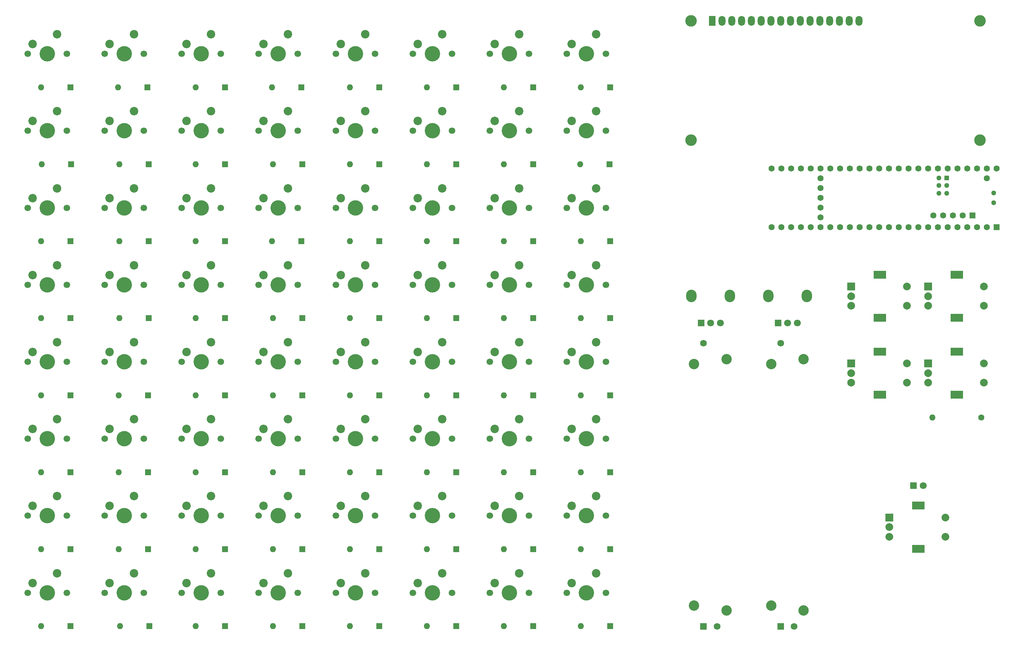
<source format=gbr>
%TF.GenerationSoftware,KiCad,Pcbnew,8.0.4*%
%TF.CreationDate,2024-12-04T19:54:40+09:00*%
%TF.ProjectId,gradmc,67726164-6d63-42e6-9b69-6361645f7063,rev?*%
%TF.SameCoordinates,Original*%
%TF.FileFunction,Soldermask,Bot*%
%TF.FilePolarity,Negative*%
%FSLAX46Y46*%
G04 Gerber Fmt 4.6, Leading zero omitted, Abs format (unit mm)*
G04 Created by KiCad (PCBNEW 8.0.4) date 2024-12-04 19:54:40*
%MOMM*%
%LPD*%
G01*
G04 APERTURE LIST*
%ADD10C,1.700000*%
%ADD11C,4.000000*%
%ADD12C,2.200000*%
%ADD13R,1.750000X1.750000*%
%ADD14C,1.750000*%
%ADD15C,2.700000*%
%ADD16O,2.720000X3.240000*%
%ADD17R,1.800000X1.800000*%
%ADD18C,1.800000*%
%ADD19R,2.000000X2.000000*%
%ADD20C,2.000000*%
%ADD21R,3.200000X2.000000*%
%ADD22C,3.000000*%
%ADD23R,1.800000X2.600000*%
%ADD24O,1.800000X2.600000*%
%ADD25R,1.600000X1.600000*%
%ADD26O,1.600000X1.600000*%
%ADD27C,1.600000*%
%ADD28R,1.300000X1.300000*%
%ADD29C,1.300000*%
G04 APERTURE END LIST*
D10*
%TO.C,U11*%
X77730000Y-102040000D03*
D11*
X82810000Y-102040000D03*
D10*
X87890000Y-102040000D03*
D12*
X85350000Y-96960000D03*
X79000000Y-99500000D03*
%TD*%
D10*
%TO.C,U57*%
X197730000Y-62040000D03*
D11*
X202810000Y-62040000D03*
D10*
X207890000Y-62040000D03*
D12*
X205350000Y-56960000D03*
X199000000Y-59500000D03*
%TD*%
D10*
%TO.C,U58*%
X197730000Y-82040000D03*
D11*
X202810000Y-82040000D03*
D10*
X207890000Y-82040000D03*
D12*
X205350000Y-76960000D03*
X199000000Y-79500000D03*
%TD*%
D10*
%TO.C,U62*%
X197730000Y-162040000D03*
D11*
X202810000Y-162040000D03*
D10*
X207890000Y-162040000D03*
D12*
X205350000Y-156960000D03*
X199000000Y-159500000D03*
%TD*%
D10*
%TO.C,U50*%
X177730000Y-82040000D03*
D11*
X182810000Y-82040000D03*
D10*
X187890000Y-82040000D03*
D12*
X185350000Y-76960000D03*
X179000000Y-79500000D03*
%TD*%
D10*
%TO.C,U25*%
X117730000Y-62040000D03*
D11*
X122810000Y-62040000D03*
D10*
X127890000Y-62040000D03*
D12*
X125350000Y-56960000D03*
X119000000Y-59500000D03*
%TD*%
D10*
%TO.C,U18*%
X97730000Y-82040000D03*
D11*
X102810000Y-82040000D03*
D10*
X107890000Y-82040000D03*
D12*
X105350000Y-76960000D03*
X99000000Y-79500000D03*
%TD*%
D10*
%TO.C,U23*%
X97730000Y-182040000D03*
D11*
X102810000Y-182040000D03*
D10*
X107890000Y-182040000D03*
D12*
X105350000Y-176960000D03*
X99000000Y-179500000D03*
%TD*%
D10*
%TO.C,U53*%
X177730000Y-142040000D03*
D11*
X182810000Y-142040000D03*
D10*
X187890000Y-142040000D03*
D12*
X185350000Y-136960000D03*
X179000000Y-139500000D03*
%TD*%
D10*
%TO.C,U63*%
X197730000Y-182040000D03*
D11*
X202810000Y-182040000D03*
D10*
X207890000Y-182040000D03*
D12*
X205350000Y-176960000D03*
X199000000Y-179500000D03*
%TD*%
D10*
%TO.C,U55*%
X177730000Y-182040000D03*
D11*
X182810000Y-182040000D03*
D10*
X187890000Y-182040000D03*
D12*
X185350000Y-176960000D03*
X179000000Y-179500000D03*
%TD*%
D10*
%TO.C,U19*%
X97730000Y-102040000D03*
D11*
X102810000Y-102040000D03*
D10*
X107890000Y-102040000D03*
D12*
X105350000Y-96960000D03*
X99000000Y-99500000D03*
%TD*%
D10*
%TO.C,U48*%
X157730000Y-202040000D03*
D11*
X162810000Y-202040000D03*
D10*
X167890000Y-202040000D03*
D12*
X165350000Y-196960000D03*
X159000000Y-199500000D03*
%TD*%
D10*
%TO.C,U9*%
X77730000Y-62040000D03*
D11*
X82810000Y-62040000D03*
D10*
X87890000Y-62040000D03*
D12*
X85350000Y-56960000D03*
X79000000Y-59500000D03*
%TD*%
D10*
%TO.C,U64*%
X197730000Y-202040000D03*
D11*
X202810000Y-202040000D03*
D10*
X207890000Y-202040000D03*
D12*
X205350000Y-196960000D03*
X199000000Y-199500000D03*
%TD*%
D10*
%TO.C,U31*%
X117730000Y-182040000D03*
D11*
X122810000Y-182040000D03*
D10*
X127890000Y-182040000D03*
D12*
X125350000Y-176960000D03*
X119000000Y-179500000D03*
%TD*%
D10*
%TO.C,U28*%
X117730000Y-122040000D03*
D11*
X122810000Y-122040000D03*
D10*
X127890000Y-122040000D03*
D12*
X125350000Y-116960000D03*
X119000000Y-119500000D03*
%TD*%
D13*
%TO.C,RV1*%
X233200000Y-210750000D03*
D14*
X236700000Y-210750000D03*
X233200000Y-137250000D03*
D15*
X239150000Y-206600000D03*
X230750000Y-205400000D03*
X230750000Y-142600000D03*
X239150000Y-141400000D03*
%TD*%
D16*
%TO.C,RV4*%
X250040000Y-124925000D03*
X260040000Y-124925000D03*
D17*
X252540000Y-131925000D03*
D18*
X255040000Y-131925000D03*
X257540000Y-131925000D03*
%TD*%
D10*
%TO.C,U61*%
X197730000Y-142040000D03*
D11*
X202810000Y-142040000D03*
D10*
X207890000Y-142040000D03*
D12*
X205350000Y-136960000D03*
X199000000Y-139500000D03*
%TD*%
D10*
%TO.C,U22*%
X97730000Y-162040000D03*
D11*
X102810000Y-162040000D03*
D10*
X107890000Y-162040000D03*
D12*
X105350000Y-156960000D03*
X99000000Y-159500000D03*
%TD*%
D19*
%TO.C,SW5*%
X291500000Y-142500000D03*
D20*
X291500000Y-147500000D03*
X291500000Y-145000000D03*
D21*
X299000000Y-139400000D03*
X299000000Y-150600000D03*
D20*
X306000000Y-147500000D03*
X306000000Y-142500000D03*
%TD*%
D10*
%TO.C,U15*%
X77730000Y-182040000D03*
D11*
X82810000Y-182040000D03*
D10*
X87890000Y-182040000D03*
D12*
X85350000Y-176960000D03*
X79000000Y-179500000D03*
%TD*%
D10*
%TO.C,U16*%
X77730000Y-202040000D03*
D11*
X82810000Y-202040000D03*
D10*
X87890000Y-202040000D03*
D12*
X85350000Y-196960000D03*
X79000000Y-199500000D03*
%TD*%
D13*
%TO.C,RV2*%
X253200000Y-210750000D03*
D14*
X256700000Y-210750000D03*
X253200000Y-137250000D03*
D15*
X259150000Y-206600000D03*
X250750000Y-205400000D03*
X250750000Y-142600000D03*
X259150000Y-141400000D03*
%TD*%
D10*
%TO.C,U29*%
X117730000Y-142040000D03*
D11*
X122810000Y-142040000D03*
D10*
X127890000Y-142040000D03*
D12*
X125350000Y-136960000D03*
X119000000Y-139500000D03*
%TD*%
D19*
%TO.C,SW2*%
X271500000Y-122500000D03*
D20*
X271500000Y-127500000D03*
X271500000Y-125000000D03*
D21*
X279000000Y-119400000D03*
X279000000Y-130600000D03*
D20*
X286000000Y-127500000D03*
X286000000Y-122500000D03*
%TD*%
D10*
%TO.C,U52*%
X177730000Y-122040000D03*
D11*
X182810000Y-122040000D03*
D10*
X187890000Y-122040000D03*
D12*
X185350000Y-116960000D03*
X179000000Y-119500000D03*
%TD*%
D10*
%TO.C,U10*%
X77730000Y-82040000D03*
D11*
X82810000Y-82040000D03*
D10*
X87890000Y-82040000D03*
D12*
X85350000Y-76960000D03*
X79000000Y-79500000D03*
%TD*%
D10*
%TO.C,U44*%
X157730000Y-122040000D03*
D11*
X162810000Y-122040000D03*
D10*
X167890000Y-122040000D03*
D12*
X165350000Y-116960000D03*
X159000000Y-119500000D03*
%TD*%
D10*
%TO.C,U30*%
X117730000Y-162040000D03*
D11*
X122810000Y-162040000D03*
D10*
X127890000Y-162040000D03*
D12*
X125350000Y-156960000D03*
X119000000Y-159500000D03*
%TD*%
D10*
%TO.C,U7*%
X57730000Y-182040000D03*
D11*
X62810000Y-182040000D03*
D10*
X67890000Y-182040000D03*
D12*
X65350000Y-176960000D03*
X59000000Y-179500000D03*
%TD*%
D10*
%TO.C,U6*%
X57730000Y-162040000D03*
D11*
X62810000Y-162040000D03*
D10*
X67890000Y-162040000D03*
D12*
X65350000Y-156960000D03*
X59000000Y-159500000D03*
%TD*%
D10*
%TO.C,U54*%
X177730000Y-162040000D03*
D11*
X182810000Y-162040000D03*
D10*
X187890000Y-162040000D03*
D12*
X185350000Y-156960000D03*
X179000000Y-159500000D03*
%TD*%
D10*
%TO.C,U13*%
X77730000Y-142040000D03*
D11*
X82810000Y-142040000D03*
D10*
X87890000Y-142040000D03*
D12*
X85350000Y-136960000D03*
X79000000Y-139500000D03*
%TD*%
D10*
%TO.C,U59*%
X197730000Y-102040000D03*
D11*
X202810000Y-102040000D03*
D10*
X207890000Y-102040000D03*
D12*
X205350000Y-96960000D03*
X199000000Y-99500000D03*
%TD*%
D10*
%TO.C,U34*%
X137730000Y-82040000D03*
D11*
X142810000Y-82040000D03*
D10*
X147890000Y-82040000D03*
D12*
X145350000Y-76960000D03*
X139000000Y-79500000D03*
%TD*%
D10*
%TO.C,U14*%
X77730000Y-162040000D03*
D11*
X82810000Y-162040000D03*
D10*
X87890000Y-162040000D03*
D12*
X85350000Y-156960000D03*
X79000000Y-159500000D03*
%TD*%
D10*
%TO.C,U3*%
X57730000Y-102040000D03*
D11*
X62810000Y-102040000D03*
D10*
X67890000Y-102040000D03*
D12*
X65350000Y-96960000D03*
X59000000Y-99500000D03*
%TD*%
D10*
%TO.C,U47*%
X157730000Y-182040000D03*
D11*
X162810000Y-182040000D03*
D10*
X167890000Y-182040000D03*
D12*
X165350000Y-176960000D03*
X159000000Y-179500000D03*
%TD*%
D10*
%TO.C,U43*%
X157730000Y-102040000D03*
D11*
X162810000Y-102040000D03*
D10*
X167890000Y-102040000D03*
D12*
X165350000Y-96960000D03*
X159000000Y-99500000D03*
%TD*%
D10*
%TO.C,U5*%
X57730000Y-142040000D03*
D11*
X62810000Y-142040000D03*
D10*
X67890000Y-142040000D03*
D12*
X65350000Y-136960000D03*
X59000000Y-139500000D03*
%TD*%
D10*
%TO.C,U27*%
X117730000Y-102040000D03*
D11*
X122810000Y-102040000D03*
D10*
X127890000Y-102040000D03*
D12*
X125350000Y-96960000D03*
X119000000Y-99500000D03*
%TD*%
D19*
%TO.C,SW4*%
X271500000Y-142500000D03*
D20*
X271500000Y-147500000D03*
X271500000Y-145000000D03*
D21*
X279000000Y-139400000D03*
X279000000Y-150600000D03*
D20*
X286000000Y-147500000D03*
X286000000Y-142500000D03*
%TD*%
D10*
%TO.C,U8*%
X57730000Y-202040000D03*
D11*
X62810000Y-202040000D03*
D10*
X67890000Y-202040000D03*
D12*
X65350000Y-196960000D03*
X59000000Y-199500000D03*
%TD*%
D16*
%TO.C,RV3*%
X230050000Y-124925000D03*
X240050000Y-124925000D03*
D17*
X232550000Y-131925000D03*
D18*
X235050000Y-131925000D03*
X237550000Y-131925000D03*
%TD*%
D10*
%TO.C,U46*%
X157730000Y-162040000D03*
D11*
X162810000Y-162040000D03*
D10*
X167890000Y-162040000D03*
D12*
X165350000Y-156960000D03*
X159000000Y-159500000D03*
%TD*%
D10*
%TO.C,U21*%
X97730000Y-142040000D03*
D11*
X102810000Y-142040000D03*
D10*
X107890000Y-142040000D03*
D12*
X105350000Y-136960000D03*
X99000000Y-139500000D03*
%TD*%
D10*
%TO.C,U12*%
X77730000Y-122040000D03*
D11*
X82810000Y-122040000D03*
D10*
X87890000Y-122040000D03*
D12*
X85350000Y-116960000D03*
X79000000Y-119500000D03*
%TD*%
D10*
%TO.C,U51*%
X177730000Y-102040000D03*
D11*
X182810000Y-102040000D03*
D10*
X187890000Y-102040000D03*
D12*
X185350000Y-96960000D03*
X179000000Y-99500000D03*
%TD*%
D10*
%TO.C,U26*%
X117730000Y-82040000D03*
D11*
X122810000Y-82040000D03*
D10*
X127890000Y-82040000D03*
D12*
X125350000Y-76960000D03*
X119000000Y-79500000D03*
%TD*%
D10*
%TO.C,U45*%
X157730000Y-142040000D03*
D11*
X162810000Y-142040000D03*
D10*
X167890000Y-142040000D03*
D12*
X165350000Y-136960000D03*
X159000000Y-139500000D03*
%TD*%
D10*
%TO.C,U17*%
X97730000Y-62040000D03*
D11*
X102810000Y-62040000D03*
D10*
X107890000Y-62040000D03*
D12*
X105350000Y-56960000D03*
X99000000Y-59500000D03*
%TD*%
D10*
%TO.C,U42*%
X157730000Y-82040000D03*
D11*
X162810000Y-82040000D03*
D10*
X167890000Y-82040000D03*
D12*
X165350000Y-76960000D03*
X159000000Y-79500000D03*
%TD*%
D10*
%TO.C,U49*%
X177730000Y-62040000D03*
D11*
X182810000Y-62040000D03*
D10*
X187890000Y-62040000D03*
D12*
X185350000Y-56960000D03*
X179000000Y-59500000D03*
%TD*%
D10*
%TO.C,U33*%
X137730000Y-62040000D03*
D11*
X142810000Y-62040000D03*
D10*
X147890000Y-62040000D03*
D12*
X145350000Y-56960000D03*
X139000000Y-59500000D03*
%TD*%
D10*
%TO.C,U4*%
X57730000Y-122040000D03*
D11*
X62810000Y-122040000D03*
D10*
X67890000Y-122040000D03*
D12*
X65350000Y-116960000D03*
X59000000Y-119500000D03*
%TD*%
D17*
%TO.C,D65*%
X287725000Y-174250000D03*
D18*
X290265000Y-174250000D03*
%TD*%
D10*
%TO.C,U39*%
X137730000Y-182040000D03*
D11*
X142810000Y-182040000D03*
D10*
X147890000Y-182040000D03*
D12*
X145350000Y-176960000D03*
X139000000Y-179500000D03*
%TD*%
D10*
%TO.C,U1*%
X57730000Y-62040000D03*
D11*
X62810000Y-62040000D03*
D10*
X67890000Y-62040000D03*
D12*
X65350000Y-56960000D03*
X59000000Y-59500000D03*
%TD*%
D19*
%TO.C,SW3*%
X291500000Y-122500000D03*
D20*
X291500000Y-127500000D03*
X291500000Y-125000000D03*
D21*
X299000000Y-119400000D03*
X299000000Y-130600000D03*
D20*
X306000000Y-127500000D03*
X306000000Y-122500000D03*
%TD*%
D10*
%TO.C,U56*%
X177730000Y-202040000D03*
D11*
X182810000Y-202040000D03*
D10*
X187890000Y-202040000D03*
D12*
X185350000Y-196960000D03*
X179000000Y-199500000D03*
%TD*%
D10*
%TO.C,U2*%
X57730000Y-82040000D03*
D11*
X62810000Y-82040000D03*
D10*
X67890000Y-82040000D03*
D12*
X65350000Y-76960000D03*
X59000000Y-79500000D03*
%TD*%
D22*
%TO.C,DS1*%
X229940900Y-53500000D03*
X229940900Y-84500700D03*
X304939480Y-84500700D03*
X304940000Y-53500000D03*
D23*
X235440000Y-53500000D03*
D24*
X237980000Y-53500000D03*
X240520000Y-53500000D03*
X243060000Y-53500000D03*
X245600000Y-53500000D03*
X248140000Y-53500000D03*
X250680000Y-53500000D03*
X253220000Y-53500000D03*
X255760000Y-53500000D03*
X258300000Y-53500000D03*
X260840000Y-53500000D03*
X263380000Y-53500000D03*
X265920000Y-53500000D03*
X268460000Y-53500000D03*
X271000000Y-53500000D03*
X273540000Y-53500000D03*
%TD*%
D10*
%TO.C,U24*%
X97730000Y-202040000D03*
D11*
X102810000Y-202040000D03*
D10*
X107890000Y-202040000D03*
D12*
X105350000Y-196960000D03*
X99000000Y-199500000D03*
%TD*%
D10*
%TO.C,U20*%
X97730000Y-122040000D03*
D11*
X102810000Y-122040000D03*
D10*
X107890000Y-122040000D03*
D12*
X105350000Y-116960000D03*
X99000000Y-119500000D03*
%TD*%
D10*
%TO.C,U35*%
X137730000Y-102040000D03*
D11*
X142810000Y-102040000D03*
D10*
X147890000Y-102040000D03*
D12*
X145350000Y-96960000D03*
X139000000Y-99500000D03*
%TD*%
D10*
%TO.C,U40*%
X137730000Y-202040000D03*
D11*
X142810000Y-202040000D03*
D10*
X147890000Y-202040000D03*
D12*
X145350000Y-196960000D03*
X139000000Y-199500000D03*
%TD*%
D10*
%TO.C,U60*%
X197730000Y-122040000D03*
D11*
X202810000Y-122040000D03*
D10*
X207890000Y-122040000D03*
D12*
X205350000Y-116960000D03*
X199000000Y-119500000D03*
%TD*%
D10*
%TO.C,U36*%
X137730000Y-122040000D03*
D11*
X142810000Y-122040000D03*
D10*
X147890000Y-122040000D03*
D12*
X145350000Y-116960000D03*
X139000000Y-119500000D03*
%TD*%
D10*
%TO.C,U37*%
X137730000Y-142040000D03*
D11*
X142810000Y-142040000D03*
D10*
X147890000Y-142040000D03*
D12*
X145350000Y-136960000D03*
X139000000Y-139500000D03*
%TD*%
D10*
%TO.C,U38*%
X137730000Y-162040000D03*
D11*
X142810000Y-162040000D03*
D10*
X147890000Y-162040000D03*
D12*
X145350000Y-156960000D03*
X139000000Y-159500000D03*
%TD*%
D10*
%TO.C,U32*%
X117730000Y-202040000D03*
D11*
X122810000Y-202040000D03*
D10*
X127890000Y-202040000D03*
D12*
X125350000Y-196960000D03*
X119000000Y-199500000D03*
%TD*%
D19*
%TO.C,SW1*%
X281475000Y-182500000D03*
D20*
X281475000Y-187500000D03*
X281475000Y-185000000D03*
D21*
X288975000Y-179400000D03*
X288975000Y-190600000D03*
D20*
X295975000Y-187500000D03*
X295975000Y-182500000D03*
%TD*%
D10*
%TO.C,U41*%
X157730000Y-62040000D03*
D11*
X162810000Y-62040000D03*
D10*
X167890000Y-62040000D03*
D12*
X165350000Y-56960000D03*
X159000000Y-59500000D03*
%TD*%
D25*
%TO.C,D62*%
X209000000Y-170720000D03*
D26*
X201380000Y-170720000D03*
%TD*%
D25*
%TO.C,D60*%
X209000000Y-130720000D03*
D26*
X201380000Y-130720000D03*
%TD*%
D25*
%TO.C,D35*%
X149000000Y-110720000D03*
D26*
X141380000Y-110720000D03*
%TD*%
D25*
%TO.C,D11*%
X89120000Y-110720000D03*
D26*
X81500000Y-110720000D03*
%TD*%
D25*
%TO.C,D26*%
X129000000Y-90720000D03*
D26*
X121380000Y-90720000D03*
%TD*%
D25*
%TO.C,D33*%
X149000000Y-70720000D03*
D26*
X141380000Y-70720000D03*
%TD*%
D25*
%TO.C,D23*%
X109000000Y-190720000D03*
D26*
X101380000Y-190720000D03*
%TD*%
D27*
%TO.C,R1*%
X305350000Y-156500000D03*
D26*
X292650000Y-156500000D03*
%TD*%
D25*
%TO.C,D6*%
X68810000Y-170720000D03*
D26*
X61190000Y-170720000D03*
%TD*%
D25*
%TO.C,D50*%
X189000000Y-90720000D03*
D26*
X181380000Y-90720000D03*
%TD*%
D25*
%TO.C,D27*%
X128810000Y-110720000D03*
D26*
X121190000Y-110720000D03*
%TD*%
D25*
%TO.C,D47*%
X169000000Y-190720000D03*
D26*
X161380000Y-190720000D03*
%TD*%
D25*
%TO.C,D24*%
X109000000Y-210720000D03*
D26*
X101380000Y-210720000D03*
%TD*%
D25*
%TO.C,U65*%
X309299200Y-107050800D03*
D27*
X306759200Y-107050800D03*
X304219200Y-107050800D03*
X301679200Y-107050800D03*
X299139200Y-107050800D03*
X296599200Y-107050800D03*
X294059200Y-107050800D03*
X291519200Y-107050800D03*
X288979200Y-107050800D03*
X286439200Y-107050800D03*
X283899200Y-107050800D03*
X281359200Y-107050800D03*
X278819200Y-107050800D03*
X276279200Y-107050800D03*
X273739200Y-107050800D03*
X271199200Y-107050800D03*
X268659200Y-107050800D03*
X266119200Y-107050800D03*
X263579200Y-107050800D03*
X261039200Y-107050800D03*
X258499200Y-107050800D03*
X255959200Y-107050800D03*
X253419200Y-107050800D03*
X250879200Y-107050800D03*
X250879200Y-91810800D03*
X253419200Y-91810800D03*
X255959200Y-91810800D03*
X258499200Y-91810800D03*
X261039200Y-91810800D03*
X263579200Y-91810800D03*
X266119200Y-91810800D03*
X268659200Y-91810800D03*
X271199200Y-91810800D03*
X273739200Y-91810800D03*
X276279200Y-91810800D03*
X278819200Y-91810800D03*
X281359200Y-91810800D03*
X283899200Y-91810800D03*
X286439200Y-91810800D03*
X288979200Y-91810800D03*
X291519200Y-91810800D03*
X294059200Y-91810800D03*
X296599200Y-91810800D03*
X299139200Y-91810800D03*
X301679200Y-91810800D03*
X304219200Y-91810800D03*
X306759200Y-91810800D03*
X309299200Y-91810800D03*
X306759200Y-94350800D03*
X263579200Y-104510800D03*
X263579200Y-101970800D03*
X263579200Y-99430800D03*
X263579200Y-96890800D03*
X263579200Y-94350800D03*
D25*
X303000000Y-104000000D03*
D27*
X300460000Y-104000000D03*
X297920000Y-104000000D03*
X295380000Y-104000000D03*
X292840000Y-104000000D03*
D28*
X296329200Y-94249200D03*
D29*
X296329200Y-96249200D03*
X296329200Y-98249200D03*
X294329200Y-98249200D03*
X294329200Y-96249200D03*
X294329200Y-94249200D03*
X308569200Y-98160800D03*
X308569200Y-100700800D03*
%TD*%
D25*
%TO.C,D43*%
X169000000Y-110720000D03*
D26*
X161380000Y-110720000D03*
%TD*%
D25*
%TO.C,D8*%
X68810000Y-210720000D03*
D26*
X61190000Y-210720000D03*
%TD*%
D25*
%TO.C,D40*%
X149000000Y-210720000D03*
D26*
X141380000Y-210720000D03*
%TD*%
D25*
%TO.C,D38*%
X149000000Y-170720000D03*
D26*
X141380000Y-170720000D03*
%TD*%
D25*
%TO.C,D46*%
X169000000Y-170720000D03*
D26*
X161380000Y-170720000D03*
%TD*%
D25*
%TO.C,D34*%
X149000000Y-90720000D03*
D26*
X141380000Y-90720000D03*
%TD*%
D25*
%TO.C,D17*%
X109000000Y-70720000D03*
D26*
X101380000Y-70720000D03*
%TD*%
D25*
%TO.C,D42*%
X169000000Y-90720000D03*
D26*
X161380000Y-90720000D03*
%TD*%
D25*
%TO.C,D28*%
X129000000Y-130720000D03*
D26*
X121380000Y-130720000D03*
%TD*%
D25*
%TO.C,D64*%
X209000000Y-210720000D03*
D26*
X201380000Y-210720000D03*
%TD*%
D25*
%TO.C,D59*%
X209000000Y-110720000D03*
D26*
X201380000Y-110720000D03*
%TD*%
D25*
%TO.C,D25*%
X128810000Y-70720000D03*
D26*
X121190000Y-70720000D03*
%TD*%
D25*
%TO.C,D9*%
X88810000Y-70720000D03*
D26*
X81190000Y-70720000D03*
%TD*%
D25*
%TO.C,D37*%
X149000000Y-150720000D03*
D26*
X141380000Y-150720000D03*
%TD*%
D25*
%TO.C,D18*%
X109000000Y-90720000D03*
D26*
X101380000Y-90720000D03*
%TD*%
D25*
%TO.C,D49*%
X189000000Y-70720000D03*
D26*
X181380000Y-70720000D03*
%TD*%
D25*
%TO.C,D2*%
X69000000Y-90720000D03*
D26*
X61380000Y-90720000D03*
%TD*%
D25*
%TO.C,D13*%
X89000000Y-150720000D03*
D26*
X81380000Y-150720000D03*
%TD*%
D25*
%TO.C,D39*%
X149000000Y-190720000D03*
D26*
X141380000Y-190720000D03*
%TD*%
D25*
%TO.C,D22*%
X109000000Y-170720000D03*
D26*
X101380000Y-170720000D03*
%TD*%
D25*
%TO.C,D52*%
X189000000Y-130720000D03*
D26*
X181380000Y-130720000D03*
%TD*%
D25*
%TO.C,D1*%
X68810000Y-70720000D03*
D26*
X61190000Y-70720000D03*
%TD*%
D25*
%TO.C,D36*%
X149000000Y-130720000D03*
D26*
X141380000Y-130720000D03*
%TD*%
D25*
%TO.C,D53*%
X189000000Y-150720000D03*
D26*
X181380000Y-150720000D03*
%TD*%
D25*
%TO.C,D29*%
X129000000Y-150720000D03*
D26*
X121380000Y-150720000D03*
%TD*%
D25*
%TO.C,D63*%
X209000000Y-190720000D03*
D26*
X201380000Y-190720000D03*
%TD*%
D25*
%TO.C,D48*%
X169000000Y-210720000D03*
D26*
X161380000Y-210720000D03*
%TD*%
D25*
%TO.C,D12*%
X89120000Y-130720000D03*
D26*
X81500000Y-130720000D03*
%TD*%
D25*
%TO.C,D32*%
X129000000Y-210720000D03*
D26*
X121380000Y-210720000D03*
%TD*%
D25*
%TO.C,D15*%
X89000000Y-190720000D03*
D26*
X81380000Y-190720000D03*
%TD*%
D25*
%TO.C,D51*%
X189000000Y-110720000D03*
D26*
X181380000Y-110720000D03*
%TD*%
D25*
%TO.C,D41*%
X169000000Y-70720000D03*
D26*
X161380000Y-70720000D03*
%TD*%
D25*
%TO.C,D45*%
X169000000Y-150720000D03*
D26*
X161380000Y-150720000D03*
%TD*%
D25*
%TO.C,D5*%
X68810000Y-150720000D03*
D26*
X61190000Y-150720000D03*
%TD*%
D25*
%TO.C,D20*%
X109000000Y-130720000D03*
D26*
X101380000Y-130720000D03*
%TD*%
D25*
%TO.C,D55*%
X189000000Y-190720000D03*
D26*
X181380000Y-190720000D03*
%TD*%
D25*
%TO.C,D58*%
X208810000Y-90720000D03*
D26*
X201190000Y-90720000D03*
%TD*%
D25*
%TO.C,D54*%
X189000000Y-170720000D03*
D26*
X181380000Y-170720000D03*
%TD*%
D25*
%TO.C,D16*%
X89310000Y-210720000D03*
D26*
X81690000Y-210720000D03*
%TD*%
D25*
%TO.C,D14*%
X89000000Y-170720000D03*
D26*
X81380000Y-170720000D03*
%TD*%
D25*
%TO.C,D56*%
X189000000Y-210720000D03*
D26*
X181380000Y-210720000D03*
%TD*%
D25*
%TO.C,D61*%
X209000000Y-150720000D03*
D26*
X201380000Y-150720000D03*
%TD*%
D25*
%TO.C,D21*%
X109000000Y-150720000D03*
D26*
X101380000Y-150720000D03*
%TD*%
D25*
%TO.C,D31*%
X129000000Y-190720000D03*
D26*
X121380000Y-190720000D03*
%TD*%
D25*
%TO.C,D30*%
X129000000Y-170720000D03*
D26*
X121380000Y-170720000D03*
%TD*%
D25*
%TO.C,D4*%
X68810000Y-130720000D03*
D26*
X61190000Y-130720000D03*
%TD*%
D25*
%TO.C,D19*%
X109000000Y-110720000D03*
D26*
X101380000Y-110720000D03*
%TD*%
D25*
%TO.C,D10*%
X89120000Y-90720000D03*
D26*
X81500000Y-90720000D03*
%TD*%
D25*
%TO.C,D57*%
X209000000Y-70720000D03*
D26*
X201380000Y-70720000D03*
%TD*%
D25*
%TO.C,D7*%
X68810000Y-190720000D03*
D26*
X61190000Y-190720000D03*
%TD*%
D25*
%TO.C,D44*%
X169000000Y-130720000D03*
D26*
X161380000Y-130720000D03*
%TD*%
D25*
%TO.C,D3*%
X68810000Y-110720000D03*
D26*
X61190000Y-110720000D03*
%TD*%
M02*

</source>
